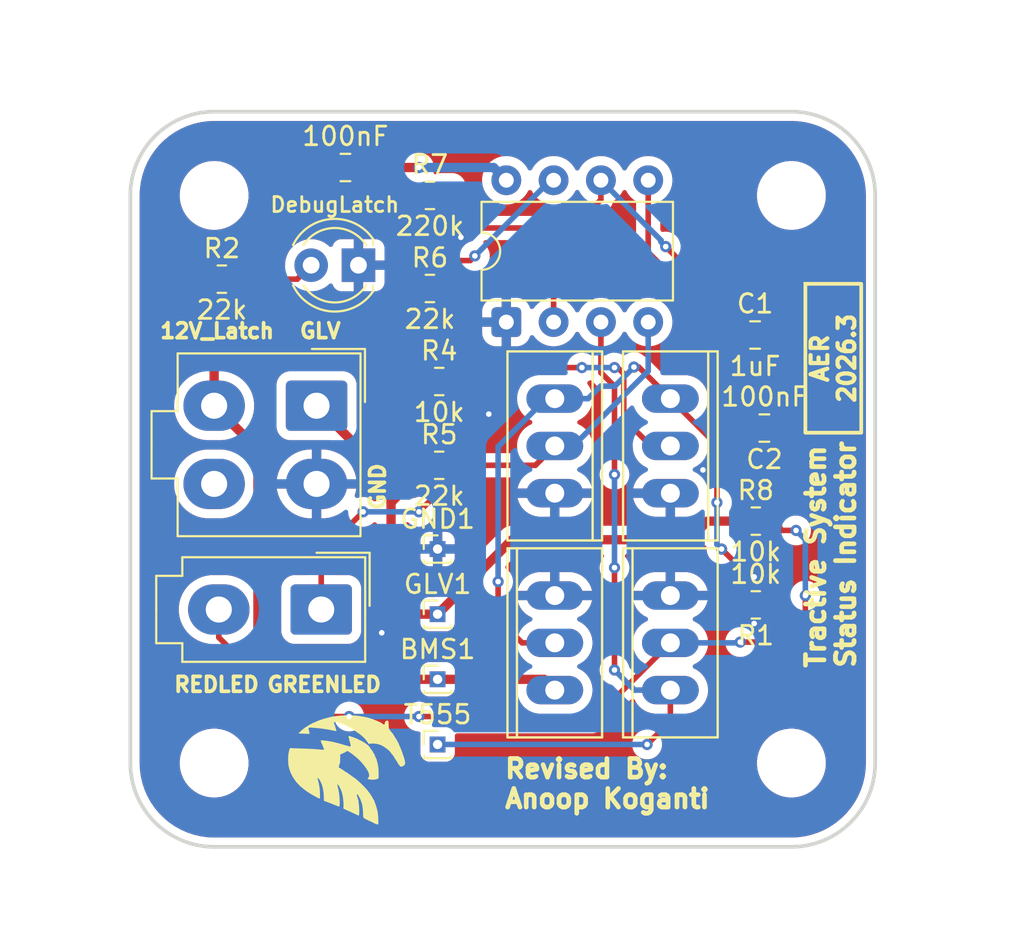
<source format=kicad_pcb>
(kicad_pcb (version 20241229) (generator "pcbnew") (generator_version "9.0")
  (layers (0 "F.Cu" signal) (2 "B.Cu" signal) (13 "F.Paste" user) (15 "B.Paste" user) (5 "F.SilkS" user "F.Silkscreen") (7 "B.SilkS" user "B.Silkscreen") (1 "F.Mask" user) (3 "B.Mask" user) (25 "Edge.Cuts" user))
  (net 0 "")
  (net 1 "Latch_12V_Safe")
  (net 2 "GND")
  (net 3 "Net-(U1-THR)")
  (net 4 "Net-(U1-CV)")
  (net 5 "GLV")
  (net 6 "GREEN_LED")
  (net 7 "RED_LED")
  (net 8 "Net-(Q1-PadIN)")
  (net 9 "Net-(D1-A)")
  (net 10 "Net-(U1-R)")
  (net 11 "Net-(U1-DIS)")
  (net 12 "Net-(T555-Pin_1)")
  (footprint "Anteater-Electric-Racing electrical-pcbs main TSSI-2026.2_KiCad_Parts_IRLZ34N:TO-220_2_" (layer "F.Cu") (at 68.5 71.46 -90)
    (property "Reference" "Q1")
    (property "Value" "IRLZ34N")
    (pad "GND" thru_hole oval (at 0 0 270) (size 1.524 3.048) (drill 1.016) (layers "*.Cu" "*.Mask") (net 6 "GREEN_LED"))
    (pad "IN" thru_hole oval (at -2.54 0 270) (size 1.524 3.048) (drill 1.016) (layers "*.Cu" "*.Mask") (net 8 "Net-(Q1-PadIN)"))
    (pad "OUT" thru_hole oval (at 2.54 0 270) (size 1.524 3.048) (drill 1.016) (layers "*.Cu" "*.Mask") (net 2 "GND"))
  )
  (footprint "Resistor_SMD:R_0805_2012Metric" (layer "F.Cu") (at 56.0875 72.5)
    (property "Reference" "R5" (at 0 -1.65 0) (layer "F.SilkS"))
    (property "Value" "22k" (at 0 1.65 0) (layer "F.SilkS"))
    (pad "1" smd roundrect (at -0.9125 0) (size 1.025 1.4) (layers "F.Cu" "F.Mask" "F.Paste") (roundrect_rratio 0.243902) (net 5 "GLV"))
    (pad "2" smd roundrect (at 0.9125 0) (size 1.025 1.4) (layers "F.Cu" "F.Mask" "F.Paste") (roundrect_rratio 0.243902) (net 10 "Net-(U1-R)"))
  )
  (footprint "Connector_PinHeader_1.00mm:PinHeader_1x01_P1.00mm_Vertical" (layer "F.Cu") (at 56 84)
    (property "Reference" "BMS1" (at 0 -1.61 0) (layer "F.SilkS"))
    (property "Value" "TestBMS")
    (pad "1" thru_hole rect (at 0 0) (size 0.85 0.85) (drill 0.5) (layers "*.Cu" "*.Mask") (net 1 "Latch_12V_Safe"))
  )
  (footprint "Connector_Molex:Molex_Mini-Fit_Jr_5566-04A2_2x02_P4.20mm_Vertical" (layer "F.Cu") (at 49.5 69.3 -90)
    (property "Reference" "J1" (hide yes))
    (property "Value" "Conn_02x02")
    (pad "1" thru_hole roundrect (at 0 0 270) (size 2.7 3.3) (drill 1.4) (layers "*.Cu" "*.Mask") (roundrect_rratio 0.092593) (net 5 "GLV"))
    (pad "2" thru_hole oval (at 4.2 0 270) (size 2.7 3.3) (drill 1.4) (layers "*.Cu" "*.Mask") (net 2 "GND"))
    (pad "3" thru_hole oval (at 0 5.5 270) (size 2.7 3.3) (drill 1.4) (layers "*.Cu" "*.Mask") (net 1 "Latch_12V_Safe"))
    (pad "4" thru_hole oval (at 4.2 5.5 270) (size 2.7 3.3) (drill 1.4) (layers "*.Cu" "*.Mask"))
  )
  (footprint "Resistor_SMD:R_0805_2012Metric" (layer "F.Cu") (at 56.0875 68)
    (property "Reference" "R4" (at 0 -1.65 0) (layer "F.SilkS"))
    (property "Value" "10k" (at 0 1.65 0) (layer "F.SilkS"))
    (pad "1" smd roundrect (at -0.9125 0) (size 1.025 1.4) (layers "F.Cu" "F.Mask" "F.Paste") (roundrect_rratio 0.243902) (net 5 "GLV"))
    (pad "2" smd roundrect (at 0.9125 0) (size 1.025 1.4) (layers "F.Cu" "F.Mask" "F.Paste") (roundrect_rratio 0.243902) (net 6 "GREEN_LED"))
  )
  (footprint "Anteater-Electric-Racing electrical-pcbs main TSSI-2026.2_KiCad_Parts_IRLZ34N:TO-220_2_" (layer "F.Cu") (at 68.5 82.04 90)
    (property "Reference" "U3")
    (property "Value" "IRLZ34N")
    (pad "GND" thru_hole oval (at 0 0 90) (size 1.524 3.048) (drill 1.016) (layers "*.Cu" "*.Mask") (net 7 "RED_LED"))
    (pad "IN" thru_hole oval (at -2.54 0 90) (size 1.524 3.048) (drill 1.016) (layers "*.Cu" "*.Mask") (net 12 "Net-(T555-Pin_1)"))
    (pad "OUT" thru_hole oval (at 2.54 0 90) (size 1.524 3.048) (drill 1.016) (layers "*.Cu" "*.Mask") (net 2 "GND"))
  )
  (footprint "Resistor_SMD:R_0805_2012Metric" (layer "F.Cu") (at 55.5875 58)
    (property "Reference" "R7" (at 0 -1.65 0) (layer "F.SilkS"))
    (property "Value" "220k" (at 0 1.65 0) (layer "F.SilkS"))
    (pad "1" smd roundrect (at -0.9125 0) (size 1.025 1.4) (layers "F.Cu" "F.Mask" "F.Paste") (roundrect_rratio 0.243902) (net 11 "Net-(U1-DIS)"))
    (pad "2" smd roundrect (at 0.9125 0) (size 1.025 1.4) (layers "F.Cu" "F.Mask" "F.Paste") (roundrect_rratio 0.243902) (net 3 "Net-(U1-THR)"))
  )
  (footprint "LOGO" (layer "F.Cu") (at 51 89)
    (property "Reference" "G***" (hide yes))
    (property "Value" "LOGO" (hide yes))
  )
  (footprint "MountingHole:MountingHole_3.2mm_M3" (layer "F.Cu") (at 44 58)
    (property "Reference" "H4")
    (property "Value" "MountingHole")
    (pad "" np_thru_hole circle (at 0 0) (size 3.2 3.2) (drill 3.2) (layers "*.Cu" "*.Mask"))
  )
  (footprint "Resistor_SMD:R_0805_2012Metric" (layer "F.Cu") (at 73.0875 80 180)
    (property "Reference" "R1" (at 0 -1.65 0) (layer "F.SilkS"))
    (property "Value" "10k" (at 0 1.65 0) (layer "F.SilkS"))
    (pad "1" smd roundrect (at -0.9125 0 180) (size 1.025 1.4) (layers "F.Cu" "F.Mask" "F.Paste") (roundrect_rratio 0.243902) (net 5 "GLV"))
    (pad "2" smd roundrect (at 0.9125 0 180) (size 1.025 1.4) (layers "F.Cu" "F.Mask" "F.Paste") (roundrect_rratio 0.243902) (net 8 "Net-(Q1-PadIN)"))
  )
  (footprint "Capacitor_SMD:C_0805_2012Metric" (layer "F.Cu") (at 73.55 70.5 180)
    (property "Reference" "C2" (at 0 -1.68 0) (layer "F.SilkS"))
    (property "Value" "100nF" (at 0 1.68 0) (layer "F.SilkS"))
    (pad "1" smd roundrect (at -0.95 0 180) (size 1 1.45) (layers "F.Cu" "F.Mask" "F.Paste") (net 4 "Net-(U1-CV)"))
    (pad "2" smd roundrect (at 0.95 0 180) (size 1 1.45) (layers "F.Cu" "F.Mask" "F.Paste") (net 2 "GND"))
  )
  (footprint "Resistor_SMD:R_0805_2012Metric" (layer "F.Cu") (at 55.5875 63)
    (property "Reference" "R6" (at 0 -1.65 0) (layer "F.SilkS"))
    (property "Value" "22k" (at 0 1.65 0) (layer "F.SilkS"))
    (pad "1" smd roundrect (at -0.9125 0) (size 1.025 1.4) (layers "F.Cu" "F.Mask" "F.Paste") (roundrect_rratio 0.243902) (net 5 "GLV"))
    (pad "2" smd roundrect (at 0.9125 0) (size 1.025 1.4) (layers "F.Cu" "F.Mask" "F.Paste") (roundrect_rratio 0.243902) (net 11 "Net-(U1-DIS)"))
  )
  (footprint "MountingHole:MountingHole_3.2mm_M3" (layer "F.Cu") (at 75 88.5)
    (property "Reference" "H2")
    (property "Value" "MountingHole")
    (pad "" np_thru_hole circle (at 0 0) (size 3.2 3.2) (drill 3.2) (layers "*.Cu" "*.Mask"))
  )
  (footprint "Resistor_SMD:R_0805_2012Metric" (layer "F.Cu") (at 44.4125 62.5)
    (property "Reference" "R2" (at 0 -1.65 0) (layer "F.SilkS"))
    (property "Value" "22k" (at 0 1.65 0) (layer "F.SilkS"))
    (pad "1" smd roundrect (at -0.9125 0) (size 1.025 1.4) (layers "F.Cu" "F.Mask" "F.Paste") (roundrect_rratio 0.243902) (net 1 "Latch_12V_Safe"))
    (pad "2" smd roundrect (at 0.9125 0) (size 1.025 1.4) (layers "F.Cu" "F.Mask" "F.Paste") (roundrect_rratio 0.243902) (net 9 "Net-(D1-A)"))
  )
  (footprint "Connector_PinHeader_1.00mm:PinHeader_1x01_P1.00mm_Vertical" (layer "F.Cu") (at 56 77)
    (property "Reference" "GND1" (at 0 -1.61 0) (layer "F.SilkS"))
    (property "Value" "TestGND")
    (pad "1" thru_hole rect (at 0 0) (size 0.85 0.85) (drill 0.5) (layers "*.Cu" "*.Mask") (net 2 "GND"))
  )
  (footprint "Capacitor_SMD:C_0805_2012Metric" (layer "F.Cu") (at 73.05 65.5)
    (property "Reference" "C1" (at 0 -1.68 0) (layer "F.SilkS"))
    (property "Value" "1uF" (at 0 1.68 0) (layer "F.SilkS"))
    (pad "1" smd roundrect (at -0.95 0) (size 1 1.45) (layers "F.Cu" "F.Mask" "F.Paste") (net 3 "Net-(U1-THR)"))
    (pad "2" smd roundrect (at 0.95 0) (size 1 1.45) (layers "F.Cu" "F.Mask" "F.Paste") (net 2 "GND"))
  )
  (footprint "Connector_PinHeader_1.00mm:PinHeader_1x01_P1.00mm_Vertical" (layer "F.Cu") (at 56 80.5)
    (property "Reference" "GLV1" (at 0 -1.61 0) (layer "F.SilkS"))
    (property "Value" "TestGLV")
    (pad "1" thru_hole rect (at 0 0) (size 0.85 0.85) (drill 0.5) (layers "*.Cu" "*.Mask") (net 5 "GLV"))
  )
  (footprint "LED_THT:LED_D4.0mm" (layer "F.Cu") (at 51.75 61.75 180)
    (property "Reference" "DebugLatch" (at 1.27 3.25 0) (layer "F.SilkS") (effects (font (size 0.8 0.8))))
    (property "Value" "DEBUGLatch")
    (pad "1" thru_hole rect (at 0 0 180) (size 1.8 1.8) (drill 0.9) (layers "*.Cu" "*.Mask") (net 2 "GND"))
    (pad "2" thru_hole circle (at 2.54 0 180) (size 1.8 1.8) (drill 0.9) (layers "*.Cu" "*.Mask") (net 9 "Net-(D1-A)"))
  )
  (footprint "Resistor_SMD:R_0805_2012Metric" (layer "F.Cu") (at 73.0875 75.5)
    (property "Reference" "R8" (at 0 -1.65 0) (layer "F.SilkS"))
    (property "Value" "10k" (at 0 1.65 0) (layer "F.SilkS"))
    (pad "1" smd roundrect (at -0.9125 0) (size 1.025 1.4) (layers "F.Cu" "F.Mask" "F.Paste") (roundrect_rratio 0.243902) (net 5 "GLV"))
    (pad "2" smd roundrect (at 0.9125 0) (size 1.025 1.4) (layers "F.Cu" "F.Mask" "F.Paste") (roundrect_rratio 0.243902) (net 7 "RED_LED"))
  )
  (footprint "Connector_PinHeader_1.00mm:PinHeader_1x01_P1.00mm_Vertical" (layer "F.Cu") (at 56 87.5)
    (property "Reference" "T555" (at 0 -1.61 0) (layer "F.SilkS"))
    (property "Value" "Test555")
    (pad "1" thru_hole rect (at 0 0) (size 0.85 0.85) (drill 0.5) (layers "*.Cu" "*.Mask") (net 12 "Net-(T555-Pin_1)"))
  )
  (footprint "Anteater-Electric-Racing electrical-pcbs main TSSI-2026.2_KiCad_Parts_IRLZ34N:TO-220_2_" (layer "F.Cu") (at 62.293 71.46 -90)
    (property "Reference" "Q2")
    (property "Value" "IRLZ34N")
    (pad "GND" thru_hole oval (at 0 0 270) (size 1.524 3.048) (drill 1.016) (layers "*.Cu" "*.Mask") (net 10 "Net-(U1-R)"))
    (pad "IN" thru_hole oval (at -2.54 0 270) (size 1.524 3.048) (drill 1.016) (layers "*.Cu" "*.Mask") (net 8 "Net-(Q1-PadIN)"))
    (pad "OUT" thru_hole oval (at 2.54 0 270) (size 1.524 3.048) (drill 1.016) (layers "*.Cu" "*.Mask") (net 2 "GND"))
  )
  (footprint "Capacitor_SMD:C_0805_2012Metric" (layer "F.Cu") (at 51.05 56.5 180)
    (property "Reference" "C3" (hide yes))
    (property "Value" "100nF" (at 0 1.68 0) (layer "F.SilkS"))
    (pad "1" smd roundrect (at -0.95 0 180) (size 1 1.45) (layers "F.Cu" "F.Mask" "F.Paste") (net 5 "GLV"))
    (pad "2" smd roundrect (at 0.95 0 180) (size 1 1.45) (layers "F.Cu" "F.Mask" "F.Paste") (net 2 "GND"))
  )
  (footprint "Anteater-Electric-Racing electrical-pcbs main TSSI-2026.2_KiCad_Parts_IRLZ34N:TO-220_2_" (layer "F.Cu") (at 62.293 82.04 90)
    (property "Reference" "Q3")
    (property "Value" "IRLZ34N")
    (pad "GND" thru_hole oval (at 0 0 90) (size 1.524 3.048) (drill 1.016) (layers "*.Cu" "*.Mask") (net 8 "Net-(Q1-PadIN)"))
    (pad "IN" thru_hole oval (at -2.54 0 90) (size 1.524 3.048) (drill 1.016) (layers "*.Cu" "*.Mask") (net 1 "Latch_12V_Safe"))
    (pad "OUT" thru_hole oval (at 2.54 0 90) (size 1.524 3.048) (drill 1.016) (layers "*.Cu" "*.Mask") (net 2 "GND"))
  )
  (footprint "Connector_Molex:Molex_Mini-Fit_Jr_5566-02A_2x01_P4.20mm_Vertical" (layer "F.Cu") (at 49.75 80.25 -90)
    (property "Reference" "J2" (hide yes))
    (property "Value" "Conn_01x02")
    (pad "1" thru_hole roundrect (at 0 0 270) (size 2.7 3.3) (drill 1.4) (layers "*.Cu" "*.Mask") (roundrect_rratio 0.092593) (net 6 "GREEN_LED"))
    (pad "2" thru_hole oval (at 0 5.5 270) (size 2.7 3.3) (drill 1.4) (layers "*.Cu" "*.Mask") (net 7 "RED_LED"))
  )
  (footprint "MountingHole:MountingHole_3.2mm_M3" (layer "F.Cu") (at 75 58)
    (property "Reference" "H1")
    (property "Value" "MountingHole")
    (pad "" np_thru_hole circle (at 0 0) (size 3.2 3.2) (drill 3.2) (layers "*.Cu" "*.Mask"))
  )
  (footprint "Package_DIP:DIP-8_W7.62mm" (layer "F.Cu") (at 59.69 64.805 90)
    (property "Reference" "U1")
    (property "Value" "LM555xN")
    (pad "1" thru_hole roundrect (at 0 0 90) (size 1.6 1.6) (drill 0.8) (layers "*.Cu" "*.Mask") (roundrect_rratio 0.15625) (net 2 "GND"))
    (pad "2" thru_hole circle (at 0 2.54 90) (size 1.6 1.6) (drill 0.8) (layers "*.Cu" "*.Mask") (net 3 "Net-(U1-THR)"))
    (pad "3" thru_hole circle (at 0 5.08 90) (size 1.6 1.6) (drill 0.8) (layers "*.Cu" "*.Mask") (net 12 "Net-(T555-Pin_1)"))
    (pad "4" thru_hole circle (at 0 7.62 90) (size 1.6 1.6) (drill 0.8) (layers "*.Cu" "*.Mask") (net 10 "Net-(U1-R)"))
    (pad "5" thru_hole circle (at 7.62 7.62 90) (size 1.6 1.6) (drill 0.8) (layers "*.Cu" "*.Mask") (net 4 "Net-(U1-CV)"))
    (pad "6" thru_hole circle (at 7.62 5.08 90) (size 1.6 1.6) (drill 0.8) (layers "*.Cu" "*.Mask") (net 3 "Net-(U1-THR)"))
    (pad "7" thru_hole circle (at 7.62 2.54 90) (size 1.6 1.6) (drill 0.8) (layers "*.Cu" "*.Mask") (net 11 "Net-(U1-DIS)"))
    (pad "8" thru_hole circle (at 7.62 0 90) (size 1.6 1.6) (drill 0.8) (layers "*.Cu" "*.Mask") (net 5 "GLV"))
  )
  (footprint "MountingHole:MountingHole_3.2mm_M3" (layer "F.Cu") (at 44 88.5)
    (property "Reference" "H3")
    (property "Value" "MountingHole")
    (pad "" np_thru_hole circle (at 0 0) (size 3.2 3.2) (drill 3.2) (layers "*.Cu" "*.Mask"))
  )
  (gr_rect (start 75.75 62.75) (end 78.75 70.75) (stroke (width 0.2)) (fill no) (layer "F.SilkS"))
  (gr_arc (start 44 93) (mid 40.818019 91.681981) (end 39.5 88.5) (stroke (width 0.2)) (layer "Edge.Cuts"))
  (gr_line (start 79.5 58) (end 79.5 88.5) (stroke (width 0.2)) (layer "Edge.Cuts"))
  (gr_arc (start 79.5 88.5) (mid 78.181981 91.681981) (end 75 93) (stroke (width 0.2)) (layer "Edge.Cuts"))
  (gr_line (start 39.5 88.5) (end 39.5 58) (stroke (width 0.2)) (layer "Edge.Cuts"))
  (gr_line (start 75 93) (end 44 93) (stroke (width 0.2)) (layer "Edge.Cuts"))
  (gr_line (start 44 53.5) (end 75 53.5) (stroke (width 0.2)) (layer "Edge.Cuts"))
  (gr_arc (start 75 53.5) (mid 78.181981 54.818019) (end 79.5 58) (stroke (width 0.2)) (layer "Edge.Cuts"))
  (gr_arc (start 39.5 58) (mid 40.818019 54.818019) (end 44 53.5) (stroke (width 0.2)) (layer "Edge.Cuts"))
  (gr_text "REDLED" (at 41.75 84.75 0) (layer "F.SilkS") (effects (font (size 0.8 0.8) (thickness 0.2) (bold yes)) (justify left bottom)))
  (gr_text "AER\n2026.3" (at 78.5 66.75 90) (layer "F.SilkS") (effects (font (size 0.9 0.9) (thickness 0.225) (bold yes)) (justify bottom)))
  (gr_text "Tractive System\nStatus Indicator" (at 78.5 83.5 90) (layer "F.SilkS") (effects (font (size 1 1) (thickness 0.25) (bold yes)) (justify left bottom)))
  (gr_text "Revised By:\nAnoop Koganti" (at 59.5 91 0) (layer "F.SilkS") (effects (font (size 1 1) (thickness 0.25) (bold yes)) (justify left bottom)))
  (gr_text "GREENLED" (at 46.75 84.75 0) (layer "F.SilkS") (effects (font (size 0.8 0.8) (thickness 0.2) (bold yes)) (justify left bottom)))
  (gr_text "GND" (at 53.25 75 90) (layer "F.SilkS") (effects (font (size 0.8 0.8) (thickness 0.2) (bold yes)) (justify left bottom)))
  (gr_text "12V_Latch" (at 41 65.75 0) (layer "F.SilkS") (effects (font (size 0.8 0.8) (thickness 0.2) (bold yes)) (justify left bottom)))
  (gr_text "GLV" (at 48.5 65.75 0) (layer "F.SilkS") (effects (font (size 0.8 0.8) (thickness 0.2) (bold yes)) (justify left bottom)))
  (segment (start 46.351 81.849292) (end 46.351 71.651) (width 0.5) (layer "F.Cu") (net 1))
  (segment (start 46.351 71.651) (end 44 69.3) (width 0.5) (layer "F.Cu") (net 1))
  (segment (start 44 63) (end 43.5 62.5) (width 0.5) (layer "F.Cu") (net 1))
  (segment (start 44 69.3) (end 44 63) (width 0.5) (layer "F.Cu") (net 1))
  (segment (start 61.713 84) (end 62.293 84.58) (width 0.5) (layer "F.Cu") (net 1))
  (segment (start 48.501708 84) (end 46.351 81.849292) (width 0.5) (layer "F.Cu") (net 1))
  (segment (start 56 84) (end 48.501708 84) (width 0.5) (layer "F.Cu") (net 1))
  (segment (start 56 84) (end 61.713 84) (width 0.5) (layer "F.Cu") (net 1))
  (via (at 57.25 60.25) (size 0.6) (drill 0.3) (layers "F.Cu" "B.Cu") (net 2))
  (via (at 53 81.5) (size 0.6) (drill 0.3) (layers "F.Cu" "B.Cu") (net 2))
  (via (at 58.75 69.75) (size 0.6) (drill 0.3) (layers "F.Cu" "B.Cu") (net 2))
  (via (at 70.25 72.75) (size 0.6) (drill 0.3) (layers "F.Cu" "B.Cu") (net 2))
  (via (at 73 78.5) (size 0.6) (drill 0.3) (layers "F.Cu" "B.Cu") (net 2))
  (via (at 73 81) (size 0.6) (drill 0.3) (layers "F.Cu" "B.Cu") (net 2))
  (segment (start 58.25 59.75) (end 62.23 59.75) (width 0.3) (layer "F.Cu") (net 3))
  (segment (start 64.77 58.23) (end 64.77 57.185) (width 0.3) (layer "F.Cu") (net 3))
  (segment (start 62.23 59.75) (end 62.23 64.805) (width 0.3) (layer "F.Cu") (net 3))
  (segment (start 72.1 64.6) (end 68.25 60.75) (width 0.3) (layer "F.Cu") (net 3))
  (segment (start 56.5 58) (end 58.25 59.75) (width 0.3) (layer "F.Cu") (net 3))
  (segment (start 63.25 59.75) (end 64.77 58.23) (width 0.3) (layer "F.Cu") (net 3))
  (segment (start 62.23 59.75) (end 63.25 59.75) (width 0.3) (layer "F.Cu") (net 3))
  (segment (start 72.1 65.5) (end 72.1 64.6) (width 0.3) (layer "F.Cu") (net 3))
  (via (at 68.25 60.75) (size 0.6) (drill 0.3) (layers "F.Cu" "B.Cu") (net 3))
  (segment (start 68 60.415) (end 64.77 57.185) (width 0.3) (layer "B.Cu") (net 3))
  (segment (start 68 60.5) (end 68 60.415) (width 0.3) (layer "B.Cu") (net 3))
  (segment (start 68.25 60.75) (end 68 60.5) (width 0.3) (layer "B.Cu") (net 3))
  (segment (start 70 63.75) (end 70 66.5) (width 0.3) (layer "F.Cu") (net 4))
  (segment (start 67.31 61.06) (end 70 63.75) (width 0.3) (layer "F.Cu") (net 4))
  (segment (start 70 66.5) (end 71.25 67.75) (width 0.3) (layer "F.Cu") (net 4))
  (segment (start 74 67.75) (end 74.5 68.25) (width 0.3) (layer "F.Cu") (net 4))
  (segment (start 71.25 67.75) (end 74 67.75) (width 0.3) (layer "F.Cu") (net 4))
  (segment (start 67.31 57.185) (end 67.31 61.06) (width 0.3) (layer "F.Cu") (net 4))
  (segment (start 74.5 68.25) (end 74.5 70.5) (width 0.3) (layer "F.Cu") (net 4))
  (segment (start 74 78) (end 74 80) (width 0.5) (layer "F.Cu") (net 5))
  (segment (start 55.175 73.575) (end 55.175 72.5) (width 0.5) (layer "F.Cu") (net 5))
  (segment (start 72.175 76.175) (end 74 78) (width 0.5) (layer "F.Cu") (net 5))
  (segment (start 52 56.5) (end 53.25 57.75) (width 0.5) (layer "F.Cu") (net 5))
  (segment (start 70.5 75.5) (end 72.175 75.5) (width 0.5) (layer "F.Cu") (net 5))
  (segment (start 53.5 73.3) (end 53.5 74.5) (width 0.5) (layer "F.Cu") (net 5))
  (segment (start 53.5 74.5) (end 53.5 79) (width 0.5) (layer "F.Cu") (net 5))
  (segment (start 55.175 67.325) (end 54.675 66.825) (width 0.5) (layer "F.Cu") (net 5))
  (segment (start 55 80.5) (end 56 80.5) (width 0.5) (layer "F.Cu") (net 5))
  (segment (start 55.175 72.5) (end 55.175 68) (width 0.5) (layer "F.Cu") (net 5))
  (segment (start 54.75 74) (end 55.175 73.575) (width 0.5) (layer "F.Cu") (net 5))
  (segment (start 72.175 75.5) (end 72.175 76.175) (width 0.5) (layer "F.Cu") (net 5))
  (segment (start 55.175 68) (end 55.175 67.325) (width 0.5) (layer "F.Cu") (net 5))
  (segment (start 54.675 66.825) (end 54.675 63) (width 0.5) (layer "F.Cu") (net 5))
  (segment (start 52 56.5) (end 55 56.5) (width 0.5) (layer "F.Cu") (net 5))
  (segment (start 56 80.5) (end 60 76.5) (width 0.5) (layer "F.Cu") (net 5))
  (segment (start 54.675 60.425) (end 54.675 63) (width 0.5) (layer "F.Cu") (net 5))
  (segment (start 53.5 79) (end 55 80.5) (width 0.5) (layer "F.Cu") (net 5))
  (segment (start 53.5 74.5) (end 54 74) (width 0.5) (layer "F.Cu") (net 5))
  (segment (start 60 76.5) (end 69.5 76.5) (width 0.5) (layer "F.Cu") (net 5))
  (segment (start 54 74) (end 54.75 74) (width 0.5) (layer "F.Cu") (net 5))
  (segment (start 53.25 57.75) (end 53.25 59) (width 0.5) (layer "F.Cu") (net 5))
  (segment (start 53.25 59) (end 54.675 60.425) (width 0.5) (layer "F.Cu") (net 5))
  (segment (start 49.5 69.3) (end 53.5 73.3) (width 0.5) (layer "F.Cu") (net 5))
  (segment (start 69.5 76.5) (end 70.5 75.5) (width 0.5) (layer "F.Cu") (net 5))
  (via (at 55 56.5) (size 0.6) (drill 0.3) (layers "F.Cu" "B.Cu") (net 5))
  (segment (start 55 56.5) (end 59.005 56.5) (width 0.5) (layer "B.Cu") (net 5))
  (segment (start 59.005 56.5) (end 59.69 57.185) (width 0.5) (layer "B.Cu") (net 5))
  (segment (start 57.75 67.25) (end 63.75 67.25) (width 0.3) (layer "F.Cu") (net 6))
  (segment (start 49.75 77.25) (end 49.75 80.25) (width 0.3) (layer "F.Cu") (net 6))
  (segment (start 65.67 67.25) (end 66 67.58) (width 0.3) (layer "F.Cu") (net 6))
  (segment (start 66 67.58) (end 66 70) (width 0.3) (layer "F.Cu") (net 6))
  (segment (start 49.75 77.25) (end 52 75) (width 0.3) (layer "F.Cu") (net 6))
  (segment (start 56.1365 68.8635) (end 57 68) (width 0.3) (layer "F.Cu") (net 6))
  (segment (start 57 68) (end 57.75 67.25) (width 0.3) (layer "F.Cu") (net 6))
  (segment (start 65.5 67.25) (end 65.67 67.25) (width 0.3) (layer "F.Cu") (net 6))
  (segment (start 67.46 71.46) (end 68.5 71.46) (width 0.3) (layer "F.Cu") (net 6))
  (segment (start 55 75) (end 56.1365 73.8635) (width 0.3) (layer "F.Cu") (net 6))
  (segment (start 66 70) (end 67.46 71.46) (width 0.3) (layer "F.Cu") (net 6))
  (segment (start 56.1365 73.8635) (end 56.1365 68.8635) (width 0.3) (layer "F.Cu") (net 6))
  (via (at 63.75 67.25) (size 0.6) (drill 0.3) (layers "F.Cu" "B.Cu") (net 6))
  (via (at 52 75) (size 0.6) (drill 0.3) (layers "F.Cu" "B.Cu") (net 6))
  (via (at 65.5 67.25) (size 0.6) (drill 0.3) (layers "F.Cu" "B.Cu") (net 6))
  (via (at 55 75) (size 0.6) (drill 0.3) (layers "F.Cu" "B.Cu") (net 6))
  (segment (start 63.75 67.25) (end 65.5 67.25) (width 0.3) (layer "B.Cu") (net 6))
  (segment (start 52 75) (end 55 75) (width 0.3) (layer "B.Cu") (net 6))
  (segment (start 57 86.25) (end 56.75 86) (width 0.3) (layer "F.Cu") (net 7))
  (segment (start 48.5 86) (end 44.25 81.75) (width 0.3) (layer "F.Cu") (net 7))
  (segment (start 75 82) (end 75.5 81.5) (width 0.3) (layer "F.Cu") (net 7))
  (segment (start 75.75 81.25) (end 75.75 79.5) (width 0.3) (layer "F.Cu") (net 7))
  (segment (start 64.29 86.25) (end 57 86.25) (width 0.3) (layer "F.Cu") (net 7))
  (segment (start 48.5 86) (end 51.25 86) (width 0.3) (layer "F.Cu") (net 7))
  (segment (start 75.5 81.5) (end 75.75 81.25) (width 0.3) (layer "F.Cu") (net 7))
  (segment (start 56.75 86) (end 55 86) (width 0.3) (layer "F.Cu") (net 7))
  (segment (start 72.25 82) (end 75 82) (width 0.3) (layer "F.Cu") (net 7))
  (segment (start 75.25 76) (end 74.5 76) (width 0.3) (layer "F.Cu") (net 7))
  (segment (start 44.25 81.75) (end 44.25 80.25) (width 0.3) (layer "F.Cu") (net 7))
  (segment (start 68.5 82.04) (end 64.29 86.25) (width 0.3) (layer "F.Cu") (net 7))
  (segment (start 74.5 76) (end 74 75.5) (width 0.3) (layer "F.Cu") (net 7))
  (via (at 51.25 86) (size 0.6) (drill 0.3) (layers "F.Cu" "B.Cu") (net 7))
  (via (at 75.25 76) (size 0.6) (drill 0.3) (layers "F.Cu" "B.Cu") (net 7))
  (via (at 72.25 82) (size 0.6) (drill 0.3) (layers "F.Cu" "B.Cu") (net 7))
  (via (at 75.75 79.5) (size 0.6) (drill 0.3) (layers "F.Cu" "B.Cu") (net 7))
  (via (at 55 86) (size 0.6) (drill 0.3) (layers "F.Cu" "B.Cu") (net 7))
  (segment (start 68.5 82.04) (end 72.21 82.04) (width 0.3) (layer "B.Cu") (net 7))
  (segment (start 75.75 76.5) (end 75.25 76) (width 0.3) (layer "B.Cu") (net 7))
  (segment (start 72.21 82.04) (end 72.25 82) (width 0.3) (layer "B.Cu") (net 7))
  (segment (start 55 86) (end 51.25 86) (width 0.3) (layer "B.Cu") (net 7))
  (segment (start 75.75 79.5) (end 75.75 76.5) (width 0.3) (layer "B.Cu") (net 7))
  (segment (start 72.175 77.925) (end 72.175 80) (width 0.3) (layer "F.Cu") (net 8))
  (segment (start 68.5 68.92) (end 71 71.42) (width 0.3) (layer "F.Cu") (net 8))
  (segment (start 71 71.42) (end 71 74.5) (width 0.3) (layer "F.Cu") (net 8))
  (segment (start 66.801952 67.221952) (end 68.5 68.92) (width 0.3) (layer "F.Cu") (net 8))
  (segment (start 71.25 77) (end 72.175 77.925) (width 0.3) (layer "F.Cu") (net 8))
  (segment (start 62.293 82.04) (end 60.54 82.04) (width 0.3) (layer "F.Cu") (net 8))
  (segment (start 59.25 80.75) (end 59.25 78.75) (width 0.3) (layer "F.Cu") (net 8))
  (segment (start 60.54 82.04) (end 59.25 80.75) (width 0.3) (layer "F.Cu") (net 8))
  (segment (start 66.542497 67.221952) (end 66.801952 67.221952) (width 0.3) (layer "F.Cu") (net 8))
  (via (at 71.25 77) (size 0.6) (drill 0.3) (layers "F.Cu" "B.Cu") (net 8))
  (via (at 66.542497 67.221952) (size 0.6) (drill 0.3) (layers "F.Cu" "B.Cu") (net 8))
  (via (at 71 74.5) (size 0.6) (drill 0.3) (layers "F.Cu" "B.Cu") (net 8))
  (via (at 59.25 78.75) (size 0.6) (drill 0.3) (layers "F.Cu" "B.Cu") (net 8))
  (segment (start 71 76.75) (end 71.25 77) (width 0.3) (layer "B.Cu") (net 8))
  (segment (start 61.83 68.92) (end 62.293 68.92) (width 0.3) (layer "B.Cu") (net 8))
  (segment (start 62.293 68.92) (end 64.08 68.92) (width 0.3) (layer "B.Cu") (net 8))
  (segment (start 64.75 68.25) (end 65.514449 68.25) (width 0.3) (layer "B.Cu") (net 8))
  (segment (start 59.25 78.75) (end 59.25 71.5) (width 0.3) (layer "B.Cu") (net 8))
  (segment (start 65.514449 68.25) (end 66.542497 67.221952) (width 0.3) (layer "B.Cu") (net 8))
  (segment (start 71 74.5) (end 71 76.75) (width 0.3) (layer "B.Cu") (net 8))
  (segment (start 64.08 68.92) (end 64.75 68.25) (width 0.3) (layer "B.Cu") (net 8))
  (segment (start 59.25 71.5) (end 61.83 68.92) (width 0.3) (layer "B.Cu") (net 8))
  (segment (start 48.46 62.5) (end 49.21 61.75) (width 0.3) (layer "F.Cu") (net 9))
  (segment (start 45.325 62.5) (end 48.46 62.5) (width 0.3) (layer "F.Cu") (net 9))
  (segment (start 57 72.5) (end 61.253 72.5) (width 0.3) (layer "F.Cu") (net 10))
  (segment (start 61.253 72.5) (end 62.293 71.46) (width 0.3) (layer "F.Cu") (net 10))
  (segment (start 62.293 71.46) (end 63.29 71.46) (width 0.3) (layer "B.Cu") (net 10))
  (segment (start 67.31 67.44) (end 67.31 64.805) (width 0.3) (layer "B.Cu") (net 10))
  (segment (start 63.29 71.46) (end 67.31 67.44) (width 0.3) (layer "B.Cu") (net 10))
  (segment (start 57.75 61.5) (end 56.5 61.5) (width 0.3) (layer "F.Cu") (net 11))
  (segment (start 55.75 59.075) (end 55.75 61.25) (width 0.3) (layer "F.Cu") (net 11))
  (segment (start 54.675 58.175) (end 54.675 58) (width 0.3) (layer "F.Cu") (net 11))
  (segment (start 56 61.5) (end 56.5 61.5) (width 0.3) (layer "F.Cu") (net 11))
  (segment (start 56.5 63) (end 56.5 61.5) (width 0.3) (layer "F.Cu") (net 11))
  (segment (start 55.75 61.25) (end 56 61.5) (width 0.3) (layer "F.Cu") (net 11))
  (segment (start 54.675 58) (end 55.75 59.075) (width 0.3) (layer "F.Cu") (net 11))
  (segment (start 58 61.25) (end 57.75 61.5) (width 0.3) (layer "F.Cu") (net 11))
  (via (at 58 61.25) (size 0.6) (drill 0.3) (layers "F.Cu" "B.Cu") (net 11))
  (segment (start 62.23 57.185) (end 62.065 57.185) (width 0.3) (layer "B.Cu") (net 11))
  (segment (start 62.065 57.185) (end 58 61.25) (width 0.3) (layer "B.Cu") (net 11))
  (segment (start 64.77 67.52) (end 64.77 64.805) (width 0.3) (layer "F.Cu") (net 12))
  (segment (start 65.5 83.5) (end 65.5 78) (width 0.3) (layer "F.Cu") (net 12))
  (segment (start 65.5 68.25) (end 64.77 67.52) (width 0.3) (layer "F.Cu") (net 12))
  (segment (start 68.5 86.25) (end 67.25 87.5) (width 0.3) (layer "F.Cu") (net 12))
  (segment (start 65.5 73) (end 65.5 68.25) (width 0.3) (layer "F.Cu") (net 12))
  (segment (start 68.5 84.58) (end 68.5 86.25) (width 0.3) (layer "F.Cu") (net 12))
  (via (at 65.5 83.5) (size 0.6) (drill 0.3) (layers "F.Cu" "B.Cu") (net 12))
  (via (at 67.25 87.5) (size 0.6) (drill 0.3) (layers "F.Cu" "B.Cu") (net 12))
  (via (at 65.5 73) (size 0.6) (drill 0.3) (layers "F.Cu" "B.Cu") (net 12))
  (via (at 65.5 78) (size 0.6) (drill 0.3) (layers "F.Cu" "B.Cu") (net 12))
  (segment (start 66.58 84.58) (end 65.5 83.5) (width 0.3) (layer "B.Cu") (net 12))
  (segment (start 65.5 78) (end 65.5 74.5) (width 0.3) (layer "B.Cu") (net 12))
  (segment (start 65.5 74.5) (end 65.5 73) (width 0.3) (layer "B.Cu") (net 12))
  (segment (start 67.25 87.5) (end 56 87.5) (width 0.3) (layer "B.Cu") (net 12))
  (segment (start 68.5 84.58) (end 66.58 84.58) (width 0.3) (layer "B.Cu") (net 12))
  (zone (net 2) (net_name "GND") (layers "F.Cu" "B.Cu") (name "GND") (connect_pads (clearance 0.5)) (min_thickness 0.25) (fill yes (thermal_gap 0.5) (thermal_bridge_width 0.5) (island_removal_mode 1) (island_area_min 10))
    (polygon (pts (xy 32.5 48) (xy 86.5 47.5) (xy 87.5 96.5) (xy 32.5 98.5)))
  )
)
</source>
